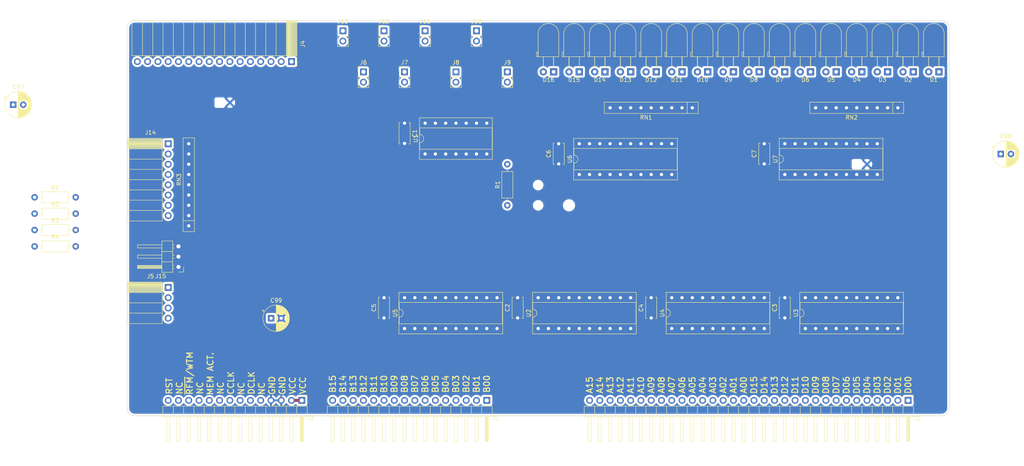
<source format=kicad_pcb>
(kicad_pcb (version 20221018) (generator pcbnew)
  (layers (0 "F.Cu" signal) (31 "B.Cu" signal) (34 "B.Paste" user) (35 "F.Paste" user) (36 "B.SilkS" user "B.Silkscreen") (37 "F.SilkS" user "F.Silkscreen") (38 "B.Mask" user) (39 "F.Mask" user) (44 "Edge.Cuts" user))
  (net 0 "")
  (net 1 "VCC")
  (net 2 "GND")
  (net 3 "/DATA_BUS_00")
  (net 4 "/DATA_BUS_01")
  (net 5 "/DATA_BUS_02")
  (net 6 "/DATA_BUS_03")
  (net 7 "/DATA_BUS_04")
  (net 8 "/DATA_BUS_05")
  (net 9 "/DATA_BUS_06")
  (net 10 "/DATA_BUS_07")
  (net 11 "/DATA_BUS_08")
  (net 12 "/DATA_BUS_09")
  (net 13 "/DATA_BUS_10")
  (net 14 "/DATA_BUS_11")
  (net 15 "/DATA_BUS_12")
  (net 16 "/DATA_BUS_13")
  (net 17 "/DATA_BUS_14")
  (net 18 "/DATA_BUS_15")
  (net 19 "Net-(D1-K)")
  (net 20 "Net-(D1-A)")
  (net 21 "Net-(D2-K)")
  (net 22 "Net-(D2-A)")
  (net 23 "Net-(D3-K)")
  (net 24 "Net-(D3-A)")
  (net 25 "Net-(D4-K)")
  (net 26 "Net-(D4-A)")
  (net 27 "Net-(D5-K)")
  (net 28 "Net-(D5-A)")
  (net 29 "Net-(D6-K)")
  (net 30 "Net-(D6-A)")
  (net 31 "Net-(D7-K)")
  (net 32 "Net-(D7-A)")
  (net 33 "Net-(D8-K)")
  (net 34 "Net-(D8-A)")
  (net 36 "Net-(D9-K)")
  (net 38 "Net-(D9-A)")
  (net 40 "/DATA_CLK")
  (net 42 "Net-(D10-K)")
  (net 44 "Net-(D10-A)")
  (net 45 "Net-(D11-K)")
  (net 46 "Net-(D11-A)")
  (net 47 "Net-(D12-K)")
  (net 48 "Net-(D12-A)")
  (net 49 "Net-(D13-K)")
  (net 50 "Net-(D13-A)")
  (net 51 "Net-(D14-K)")
  (net 52 "Net-(D14-A)")
  (net 53 "Net-(D15-K)")
  (net 54 "Net-(D15-A)")
  (net 55 "Net-(D16-K)")
  (net 56 "Net-(D16-A)")
  (net 93 "/CONTENT_00")
  (net 94 "/CONTENT_01")
  (net 95 "/CONTENT_02")
  (net 96 "/CONTENT_03")
  (net 97 "/CONTENT_04")
  (net 98 "/CONTENT_05")
  (net 99 "/CONTENT_06")
  (net 100 "/CONTENT_07")
  (net 101 "/CONTENT_08")
  (net 102 "/CONTENT_09")
  (net 103 "/CONTENT_10")
  (net 104 "/CONTENT_11")
  (net 105 "/CONTENT_12")
  (net 106 "/CONTENT_13")
  (net 107 "/CONTENT_14")
  (net 108 "/MEM_ACT")
  (net 109 "/~{RFM}{slash}WTM")
  (net 110 "/CONTENT_15")
  (net 111 "/ADDRESSED")
  (net 112 "/EXT_7")
  (net 113 "/EXT_6")
  (net 114 "/EXT_5")
  (net 115 "/EXT_4")
  (net 116 "/EXT_3")
  (net 117 "/EXT_2")
  (net 118 "/EXT_1")
  (net 119 "/EXT_0")
  (net 120 "/LED_~{OE}")
  (net 121 "/~{RFM}")
  (net 122 "/RFM{slash}~{WTM}")
  (net 123 "/~{WTM}")
  (footprint "Capacitor_THT:C_Disc_D5.0mm_W2.5mm_P5.00mm" (layer "F.Cu") (at 180.34 124.38 90)
    (fp_text reference "C4")
    (fp_text value "C")
  )
  (footprint "Resistor_THT:R_Axial_DIN0207_L6.3mm_D2.5mm_P10.16mm_Horizontal" (layer "F.Cu") (at 27.94 106.68)
    (fp_text reference "R4")
    (fp_text value "10K")
  )
  (footprint "sixteen-bit-computer:peripheral-backplane-membank" (layer "F.Cu") (at 139.7 144.78 -90)
    (fp_text reference "J3")
    (fp_text value "peripheral_membank_connector")
  )
  (footprint "Capacitor_THT:CP_Radial_D6.3mm_P2.50mm" (layer "F.Cu") (at 22.646 71.628)
    (fp_text reference "C97")
    (fp_text value "C_Polarized")
  )
  (footprint "Package_DIP:DIP-20_W7.62mm_Socket" (layer "F.Cu") (at 185.42 127 90)
    (fp_text reference "U4")
    (fp_text value "74HC245")
  )
  (footprint "Connector_PinHeader_2.54mm:PinHeader_1x02_P2.54mm_Vertical" (layer "F.Cu") (at 144.78 63.5)
    (fp_text reference "J9")
    (fp_text value "Conn_01x02_Pin")
  )
  (footprint "sixteen-bit-computer:LED_D5.0mm_Horizontal_O3.81mm_Z3.0mm" (layer "F.Cu") (at 194.31 63.5 180)
    (fp_text reference "D10")
    (fp_text value "LED")
  )
  (footprint "Package_DIP:DIP-20_W7.62mm_Socket" (layer "F.Cu") (at 152.4 127 90)
    (fp_text reference "U2")
    (fp_text value "74HC377")
  )
  (footprint "sixteen-bit-computer:LED_D5.0mm_Horizontal_O3.81mm_Z3.0mm" (layer "F.Cu") (at 213.36 63.5 180)
    (fp_text reference "D7")
    (fp_text value "LED")
  )
  (footprint "sixteen-bit-computer:LED_D5.0mm_Horizontal_O3.81mm_Z3.0mm" (layer "F.Cu") (at 226.06 63.5 180)
    (fp_text reference "D5")
    (fp_text value "LED")
  )
  (footprint "Connector_PinSocket_2.54mm:PinSocket_1x04_P2.54mm_Horizontal" (layer "F.Cu") (at 60.96 116.84)
    (fp_text reference "J5")
    (fp_text value "Conn_01x04_Socket")
  )
  (footprint "Resistor_THT:R_Axial_DIN0207_L6.3mm_D2.5mm_P10.16mm_Horizontal" (layer "F.Cu") (at 27.94 94.53)
    (fp_text reference "R1")
    (fp_text value "10K")
  )
  (footprint "Connector_PinSocket_2.54mm:PinSocket_1x16_P2.54mm_Horizontal" (layer "F.Cu") (at 91.44 60.96 -90)
    (fp_text reference "J4")
    (fp_text value "Conn_01x16_Socket")
  )
  (footprint "Connector_PinSocket_2.54mm:PinSocket_1x08_P2.54mm_Horizontal" (layer "F.Cu") (at 60.96 81.28)
    (fp_text reference "J14")
    (fp_text value "Conn_01x08_Socket")
  )
  (footprint "sixteen-bit-computer:LED_D5.0mm_Horizontal_O3.81mm_Z3.0mm" (layer "F.Cu") (at 245.11 63.5 180)
    (fp_text reference "D2")
    (fp_text value "LED")
  )
  (footprint "Connector_PinHeader_2.54mm:PinHeader_1x02_P2.54mm_Vertical" (layer "F.Cu") (at 114.3 53.34)
    (fp_text reference "J12")
    (fp_text value "Conn_01x02_Pin")
  )
  (footprint "Resistor_THT:R_Array_SIP9" (layer "F.Cu") (at 190.5 72.39 180)
    (fp_text reference "RN1")
    (fp_text value "2K")
  )
  (footprint "Connector_PinHeader_2.54mm:PinHeader_1x02_P2.54mm_Vertical" (layer "F.Cu") (at 104.14 53.34)
    (fp_text reference "J13")
    (fp_text value "Conn_01x02_Pin")
  )
  (footprint "Package_DIP:DIP-20_W7.62mm_Socket" (layer "F.Cu") (at 162.56 88.9 90)
    (fp_text reference "U6")
    (fp_text value "74HC245")
  )
  (footprint "sixteen-bit-computer:LED_D5.0mm_Horizontal_O3.81mm_Z3.0mm" (layer "F.Cu") (at 156.21 63.5 180)
    (fp_text reference "D16")
    (fp_text value "LED")
  )
  (footprint "Package_DIP:DIP-20_W7.62mm_Socket" (layer "F.Cu") (at 213.36 88.9 90)
    (fp_text reference "U7")
    (fp_text value "74HC245")
  )
  (footprint "sixteen-bit-computer:LED_D5.0mm_Horizontal_O3.81mm_Z3.0mm" (layer "F.Cu") (at 168.91 63.5 180)
    (fp_text reference "D14")
    (fp_text value "LED")
  )
  (footprint "Package_DIP:DIP-20_W7.62mm_Socket" (layer "F.Cu") (at 119.38 127 90)
    (fp_text reference "U5")
    (fp_text value "74HC245")
  )
  (footprint "Capacitor_THT:C_Disc_D5.0mm_W2.5mm_P5.00mm" (layer "F.Cu") (at 157.48 86.28 90)
    (fp_text reference "C6")
    (fp_text value "C")
  )
  (footprint "sixteen-bit-computer:LED_D5.0mm_Horizontal_O3.81mm_Z3.0mm" (layer "F.Cu") (at 200.66 63.5 180)
    (fp_text reference "D9")
    (fp_text value "LED")
  )
  (footprint "Connector_PinHeader_2.54mm:PinHeader_1x02_P2.54mm_Vertical" (layer "F.Cu") (at 119.38 63.5)
    (fp_text reference "J7")
    (fp_text value "Conn_01x02_Pin")
  )
  (footprint "Resistor_THT:R_Axial_DIN0207_L6.3mm_D2.5mm_P10.16mm_Horizontal" (layer "F.Cu") (at 27.94 98.58)
    (fp_text reference "R2")
    (fp_text value "10K")
  )
  (footprint "Resistor_THT:R_Axial_DIN0207_L6.3mm_D2.5mm_P10.16mm_Horizontal" (layer "F.Cu") (at 27.94 102.63)
    (fp_text reference "R3")
    (fp_text value "10K")
  )
  (footprint "Resistor_THT:R_Axial_DIN0207_L6.3mm_D2.5mm_P10.16mm_Horizontal" (layer "F.Cu") (at 144.78 96.52 90)
    (fp_text reference "R1")
    (fp_text value "R_US")
  )
  (footprint "sixteen-bit-computer:peripheral-backplane-aux" (layer "F.Cu") (at 93.98 144.78)
    (fp_text reference "J2")
    (fp_text value "peripheral_aux_connector")
  )
  (footprint "sixteen-bit-computer:LED_D5.0mm_Horizontal_O3.81mm_Z3.0mm" (layer "F.Cu") (at 175.26 63.5 180)
    (fp_text reference "D13")
    (fp_text value "LED")
  )
  (footprint "Capacitor_THT:CP_Radial_D6.3mm_P2.50mm" (layer "F.Cu") (at 86.4 124.46)
    (fp_text reference "C99")
    (fp_text value "C_Polarized")
  )
  (footprint "Capacitor_THT:C_Disc_D5.0mm_W2.5mm_P5.00mm" (layer "F.Cu") (at 213.36 124.38 90)
    (fp_text reference "C3")
    (fp_text value "C")
  )
  (footprint "sixteen-bit-computer:LED_D5.0mm_Horizontal_O3.81mm_Z3.0mm" (layer "F.Cu") (at 219.71 63.5 180)
    (fp_text reference "D6")
    (fp_text value "LED")
  )
  (footprint "sixteen-bit-computer:LED_D5.0mm_Horizontal_O3.81mm_Z3.0mm" (layer "F.Cu") (at 162.56 63.5 180)
    (fp_text reference "D15")
    (fp_text value "LED")
  )
  (footprint "Connector_PinHeader_2.54mm:PinHeader_1x02_P2.54mm_Vertical" (layer "F.Cu") (at 109.22 63.5)
    (fp_text reference "J6")
    (fp_text value "Conn_01x02_Pin")
  )
  (footprint "sixteen-bit-computer:LED_D5.0mm_Horizontal_O3.81mm_Z3.0mm" (layer "F.Cu") (at 181.61 63.5 180)
    (fp_text reference "D12")
    (fp_text value "LED")
  )
  (footprint "Capacitor_THT:C_Disc_D5.0mm_W2.5mm_P5.00mm" (layer "F.Cu") (at 208.28 86.28 90)
    (fp_text reference "C7")
    (fp_text value "C")
  )
  (footprint "Package_DIP:DIP-14_W7.62mm_Socket" (layer "F.Cu") (at 124.46 83.82 90)
    (fp_text reference "U1")
    (fp_text value "74HC10")
  )
  (footprint "Capacitor_THT:C_Disc_D5.0mm_W2.5mm_P5.00mm" (layer "F.Cu") (at 114.3 124.38 90)
    (fp_text reference "C5")
    (fp_text value "C")
  )
  (footprint "Resistor_THT:R_Array_SIP9" (layer "F.Cu") (at 241.3 72.39 180)
    (fp_text reference "RN2")
    (fp_text value "2K")
  )
  (footprint "sixteen-bit-computer:LED_D5.0mm_Horizontal_O3.81mm_Z3.0mm" (layer "F.Cu") (at 207.01 63.5 180)
    (fp_text reference "D8")
    (fp_text value "LED")
  )
  (footprint "Package_DIP:DIP-20_W7.62mm_Socket" (layer "F.Cu") (at 218.44 127 90)
    (fp_text reference "U3")
    (fp_text value "74HC377")
  )
  (footprint "sixteen-bit-computer:LED_D5.0mm_Horizontal_O3.81mm_Z3.0mm" (layer "F.Cu") (at 232.41 63.5 180)
    (fp_text reference "D4")
    (fp_text value "LED")
  )
  (footprint "Connector_PinHeader_2.54mm:PinHeader_1x02_P2.54mm_Vertical" (layer "F.Cu") (at 132.08 63.5)
    (fp_text reference "J8")
    (fp_text value "Conn_01x02_Pin")
  )
  (footprint "sixteen-bit-computer:LED_D5.0mm_Horizontal_O3.81mm_Z3.0mm" (layer "F.Cu") (at 251.46 63.5 180)
    (fp_text reference "D1")
    (fp_text value "LED")
  )
  (footprint "Capacitor_THT:C_Disc_D5.0mm_W2.5mm_P5.00mm" (layer "F.Cu") (at 119.38 76.2 -90)
    (fp_text reference "C1")
    (fp_text value "C")
  )
  (footprint "Connector_PinHeader_2.54mm:PinHeader_1x03_P2.54mm_Horizontal" (layer "F.Cu") (at 63.5 111.76 180)
    (fp_text reference "J15")
    (fp_text value "Conn_01x03_Pin")
  )
  (footprint "sixteen-bit-computer:LED_D5.0mm_Horizontal_O3.81mm_Z3.0mm" (layer "F.Cu") (at 187.96 63.5 180)
    (fp_text reference "D11")
    (fp_text value "LED")
  )
  (footprint "Connector_PinHeader_2.54mm:PinHeader_1x02_P2.54mm_Vertical" (layer "F.Cu") (at 124.46 53.34)
    (fp_text reference "J11")
    (fp_text value "Conn_01x02_Pin")
  )
  (footprint "Capacitor_THT:CP_Radial_D6.3mm_P2.50mm" (layer "F.Cu") (at 266.74 83.82)
    (fp_text reference "C98")
    (fp_text value "C_Polarized")
  )
  (footprint "sixteen-bit-computer:LED_D5.0mm_Horizontal_O3.81mm_Z3.0mm" (layer "F.Cu") (at 238.76 63.5 180)
    (fp_text reference "D3")
    (fp_text value "LED")
  )
  (footprint "Connector_PinHeader_2.54mm:PinHeader_1x02_P2.54mm_Vertical" (layer "F.Cu") (at 137.16 53.34)
    (fp_text reference "J10")
    (fp_text value "Conn_01x02_Pin")
  )
  (footprint "sixteen-bit-computer:peripheral-backplane-data-addr-anno" (layer "F.Cu") (at 243.84 144.78 -90)
    (fp_text reference "J1")
    (fp_text value "peripheral_addr_bus_connector")
  )
  (footprint "Resistor_THT:R_Array_SIP9" (layer "F.Cu") (at 66.04 101.6 90)
    (fp_text reference "RN3")
    (fp_text value "R_Network08_US")
  )
  (footprint "Capacitor_THT:C_Disc_D5.0mm_W2.5mm_P5.00mm" (layer "F.Cu") (at 147.32 124.38 90)
    (fp_text reference "C2")
    (fp_text value "C")
  )
  (gr_line (start 254 52.705) (end 254 146.685) (stroke (width 0.1)) (layer "Edge.Cuts"))
  (gr_arc (start 254 146.685) (mid 253.442038 148.032038) (end 252.095 148.59) (stroke (width 0.1)) (layer "Edge.Cuts"))
  (gr_arc (start 52.705 148.59) (mid 51.357962 148.032038) (end 50.8 146.685) (stroke (width 0.1)) (layer "Edge.Cuts"))
  (gr_line (start 50.8 146.685) (end 50.8 52.705) (stroke (width 0.1)) (layer "Edge.Cuts"))
  (gr_arc (start 50.8 52.705) (mid 51.357962 51.357962) (end 52.705 50.8) (stroke (width 0.1)) (layer "Edge.Cuts"))
  (gr_line (start 252.095 148.59) (end 52.705 148.59) (stroke (width 0.1)) (layer "Edge.Cuts"))
  (gr_arc (start 252.095 50.8) (mid 253.442038 51.357962) (end 254 52.705) (stroke (width 0.1)) (layer "Edge.Cuts"))
  (gr_line (start 52.705 50.8) (end 252.095 50.8) (stroke (width 0.1)) (layer "Edge.Cuts"))
  (segment (start 91.44 144.78) (end 93.98 144.78) (width 0.762) (layer "F.Cu") (net 1))
  (segment (start 191.516 130.556) (end 184.404 130.556) (width 0.254) (layer "F.Cu") (net 3))
  (segment (start 225.298 130.81) (end 218.186 130.81) (width 0.254) (layer "F.Cu") (net 3))
  (segment (start 191.516 131.318) (end 184.404 131.318) (width 0.254) (layer "F.Cu") (net 4))
  (segment (start 225.298 131.572) (end 218.186 131.572) (width 0.254) (layer "F.Cu") (net 4))
  (segment (start 191.516 132.08) (end 184.404 132.08) (width 0.254) (layer "F.Cu") (net 5))
  (segment (start 225.298 132.334) (end 218.186 132.334) (width 0.254) (layer "F.Cu") (net 5))
  (segment (start 225.298 133.096) (end 218.186 133.096) (width 0.254) (layer "F.Cu") (net 6))
  (segment (start 191.516 132.842) (end 184.404 132.842) (width 0.254) (layer "F.Cu") (net 6))
  (segment (start 236.22 119.38) (end 236.22 122.428) (width 0.254) (layer "F.Cu") (net 7))
  (segment (start 191.516 133.604) (end 184.404 133.604) (width 0.254) (layer "F.Cu") (net 7))
  (segment (start 237.49 123.698) (end 237.49 128.016) (width 0.254) (layer "F.Cu") (net 7))
  (segment (start 225.298 133.858) (end 218.186 133.858) (width 0.254) (layer "F.Cu") (net 7))
  (segment (start 236.22 122.428) (end 237.49 123.698) (width 0.254) (layer "F.Cu") (net 7))
  (segment (start 233.68 122.428) (end 234.95 123.698) (width 0.254) (layer "F.Cu") (net 8))
  (segment (start 234.95 123.698) (end 234.95 128.016) (width 0.254) (layer "F.Cu") (net 8))
  (segment (start 191.516 134.366) (end 184.404 134.366) (width 0.254) (layer "F.Cu") (net 8))
  (segment (start 233.68 119.38) (end 233.68 122.428) (width 0.254) (layer "F.Cu") (net 8))
  (segment (start 225.298 134.62) (end 218.186 134.62) (width 0.254) (layer "F.Cu") (net 8))
  (segment (start 227.33 123.698) (end 227.33 128.016) (width 0.254) (layer "F.Cu") (net 9))
  (segment (start 226.06 119.38) (end 226.06 122.428) (width 0.254) (layer "F.Cu") (net 9))
  (segment (start 225.298 135.382) (end 218.186 135.382) (width 0.254) (layer "F.Cu") (net 9))
  (segment (start 191.516 135.128) (end 184.404 135.128) (width 0.254) (layer "F.Cu") (net 9))
  (segment (start 226.06 122.428) (end 227.33 123.698) (width 0.254) (layer "F.Cu") (net 9))
  (segment (start 224.79 123.698) (end 224.79 128.016) (width 0.254) (layer "F.Cu") (net 10))
  (segment (start 223.52 119.38) (end 223.52 122.428) (width 0.254) (layer "F.Cu") (net 10))
  (segment (start 191.516 135.89) (end 184.404 135.89) (width 0.254) (layer "F.Cu") (net 10))
  (segment (start 225.298 136.144) (end 218.186 136.144) (width 0.254) (layer "F.Cu") (net 10))
  (segment (start 223.52 122.428) (end 224.79 123.698) (width 0.254) (layer "F.Cu") (net 10))
  (segment (start 191.516 136.652) (end 184.404 136.652) (width 0.254) (layer "F.Cu") (net 11))
  (segment (start 225.298 136.906) (end 218.186 136.906) (width 0.254) (layer "F.Cu") (net 11))
  (segment (start 191.516 137.414) (end 184.404 137.414) (width 0.254) (layer "F.Cu") (net 12))
  (segment (start 225.298 137.668) (end 218.186 137.668) (width 0.254) (layer "F.Cu") (net 12))
  (segment (start 225.298 138.43) (end 218.186 138.43) (width 0.254) (layer "F.Cu") (net 13))
  (segment (start 191.516 138.176) (end 184.404 138.176) (width 0.254) (layer "F.Cu") (net 13))
  (segment (start 225.298 139.192) (end 218.186 139.192) (width 0.254) (layer "F.Cu") (net 14))
  (segment (start 191.516 138.938) (end 184.404 138.938) (width 0.254) (layer "F.Cu") (net 14))
  (segment (start 171.45 123.952) (end 171.45 128.016) (width 0.254) (layer "F.Cu") (net 15))
  (segment (start 170.18 119.38) (end 170.18 122.682) (width 0.254) (layer "F.Cu") (net 15))
  (segment (start 225.298 139.954) (end 218.186 139.954) (width 0.254) (layer "F.Cu") (net 15))
  (segment (start 170.18 122.682) (end 171.45 123.952) (width 0.254) (layer "F.Cu") (net 15))
  (segment (start 191.516 139.7) (end 184.404 139.7) (width 0.254) (layer "F.Cu") (net 15))
  (segment (start 191.516 140.462) (end 184.404 140.462) (width 0.254) (layer "F.Cu") (net 16))
  (segment (start 167.64 122.682) (end 168.91 123.952) (width 0.254) (layer "F.Cu") (net 16))
  (segment (start 167.64 119.38) (end 167.64 122.682) (width 0.254) (layer "F.Cu") (net 16))
  (segment (start 225.298 140.716) (end 218.186 140.716) (width 0.254) (layer "F.Cu") (net 16))
  (segment (start 168.91 123.952) (end 168.91 128.016) (width 0.254) (layer "F.Cu") (net 16))
  (segment (start 191.516 141.224) (end 184.404 141.224) (width 0.254) (layer "F.Cu") (net 17))
  (segment (start 225.298 141.478) (end 218.186 141.478) (width 0.254) (layer "F.Cu") (net 17))
  (segment (start 160.02 119.38) (end 160.02 122.682) (width 0.254) (layer "F.Cu") (net 17))
  (segment (start 160.02 122.682) (end 161.29 123.952) (width 0.254) (layer "F.Cu") (net 17))
  (segment (start 161.29 123.952) (end 161.29 128.016) (width 0.254) (layer "F.Cu") (net 17))
  (segment (start 157.48 119.38) (end 157.48 122.682) (width 0.254) (layer "F.Cu") (net 18))
  (segment (start 225.298 142.24) (end 218.186 142.24) (width 0.254) (layer "F.Cu") (net 18))
  (segment (start 158.75 123.952) (end 158.75 128.016) (width 0.254) (layer "F.Cu") (net 18))
  (segment (start 157.48 122.682) (end 158.75 123.952) (width 0.254) (layer "F.Cu") (net 18))
  (segment (start 191.516 141.986) (end 184.404 141.986) (width 0.254) (layer "F.Cu") (net 18))
  (segment (start 167.64 99.06) (end 162.56 99.06) (width 0.254) (layer "F.Cu") (net 93))
  (segment (start 219.71 125.73) (end 219.71 117.602) (width 0.254) (layer "F.Cu") (net 93))
  (segment (start 119.126 99.06) (end 114.046 99.06) (width 0.254) (layer "F.Cu") (net 93))
  (segment (start 109.22 82.296) (end 109.22 77.216) (width 0.254) (layer "F.Cu") (net 93))
  (segment (start 196.596 99.06) (end 191.516 99.06) (width 0.254) (layer "F.Cu") (net 93))
  (segment (start 219.71 117.602) (end 220.98 116.332) (width 0.254) (layer "F.Cu") (net 93))
  (segment (start 220.98 116.332) (end 220.98 114.3) (width 0.254) (layer "F.Cu") (net 93))
  (segment (start 220.98 127) (end 219.71 125.73) (width 0.254) (layer "F.Cu") (net 93))
  (segment (start 237.744 99.06) (end 232.664 99.06) (width 0.254) (layer "F.Cu") (net 93))
  (segment (start 96.52 64.516) (end 91.44 64.516) (width 0.254) (layer "F.Cu") (net 93))
  (segment (start 237.744 99.822) (end 232.664 99.822) (width 0.254) (layer "F.Cu") (net 94))
  (segment (start 227.33 117.602) (end 226.06 116.332) (width 0.254) (layer "F.Cu") (net 94))
  (segment (start 96.52 65.278) (end 91.44 65.278) (width 0.254) (layer "F.Cu") (net 94))
  (segment (start 227.33 122.428) (end 227.33 117.602) (width 0.254) (layer "F.Cu") (net 94))
  (segment (start 228.6 127) (end 228.6 123.698) (width 0.254) (layer "F.Cu") (net 94))
  (segment (start 108.458 82.296) (end 108.458 77.216) (width 0.254) (layer "F.Cu") (net 94))
  (segment (start 196.596 99.822) (end 191.516 99.822) (width 0.254) (layer "F.Cu") (net 94))
  (segment (start 226.06 116.332) (end 226.06 114.3) (width 0.254) (layer "F.Cu") (net 94))
  (segment (start 228.6 123.698) (end 227.33 122.428) (width 0.254) (layer "F.Cu") (net 94))
  (segment (start 167.64 99.822) (end 162.56 99.822) (width 0.254) (layer "F.Cu") (net 94))
  (segment (start 119.126 99.822) (end 114.046 99.822) (width 0.254) (layer "F.Cu") (net 94))
  (segment (start 229.87 117.602) (end 231.14 116.332) (width 0.254) (layer "F.Cu") (net 95))
  (segment (start 196.596 100.584) (end 191.516 100.584) (width 0.254) (layer "F.Cu") (net 95))
  (segment (start 167.64 100.584) (end 162.56 100.584) (width 0.254) (layer "F.Cu") (net 95))
  (segment (start 229.87 122.428) (end 229.87 117.602) (width 0.254) (layer "F.Cu") (net 95))
  (segment (start 119.126 100.584) (end 114.046 100.584) (width 0.254) (layer "F.Cu") (net 95))
  (segment (start 107.696 82.296) (end 107.696 77.216) (width 0.254) (layer "F.Cu") (net 95))
  (segment (start 96.52 66.04) (end 91.44 66.04) (width 0.254) (layer "F.Cu") (net 95))
  (segment (start 231.14 123.698) (end 229.87 122.428) (width 0.254) (layer "F.Cu") (net 95))
  (segment (start 237.744 100.584) (end 232.664 100.584) (width 0.254) (layer "F.Cu") (net 95))
  (segment (start 231.14 127) (end 231.14 123.698) (width 0.254) (layer "F.Cu") (net 95))
  (segment (start 231.14 116.332) (end 231.14 114.3) (width 0.254) (layer "F.Cu") (net 95))
  (segment (start 236.22 116.332) (end 236.22 114.3) (width 0.254) (layer "F.Cu") (net 96))
  (segment (start 237.49 117.602) (end 236.22 116.332) (width 0.254) (layer "F.Cu") (net 96))
  (segment (start 106.934 82.296) (end 106.934 77.216) (width 0.254) (layer "F.Cu") (net 96))
  (segment (start 237.49 122.428) (end 237.49 117.602) (width 0.254) (layer "F.Cu") (net 96))
  (segment (start 119.126 101.346) (end 114.046 101.346) (width 0.254) (layer "F.Cu") (net 96))
  (segment (start 237.744 101.346) (end 232.664 101.346) (width 0.254) (layer "F.Cu") (net 96))
  (segment (start 238.76 127) (end 238.76 123.698) (width 0.254) (layer "F.Cu") (net 96))
  (segment (start 196.596 101.346) (end 191.516 101.346) (width 0.254) (layer "F.Cu") (net 96))
  (segment (start 238.76 123.698) (end 237.49 122.428) (width 0.254) (layer "F.Cu") (net 96))
  (segment (start 96.52 66.802) (end 91.44 66.802) (width 0.254) (layer "F.Cu") (net 96))
  (segment (start 167.64 101.346) (end 162.56 101.346) (width 0.254) (layer "F.Cu") (net 96))
  (segment (start 167.64 102.108) (end 162.56 102.108) (width 0.254) (layer "F.Cu") (net 97))
  (segment (start 237.744 102.108) (end 232.664 102.108) (width 0.254) (layer "F.Cu") (net 97))
  (segment (start 96.52 67.564) (end 91.44 67.564) (width 0.254) (layer "F.Cu") (net 97))
  (segment (start 106.172 82.296) (end 106.172 77.216) (width 0.254) (layer "F.Cu") (net 97))
  (segment (start 119.126 102.108) (end 114.046 102.108) (width 0.254) (layer "F.Cu") (net 97))
  (segment (start 196.596 102.108) (end 191.516 102.108) (width 0.254) (layer "F.Cu") (net 97))
  (segment (start 238.76 118.618) (end 238.76 114.3) (width 0.254) (layer "F.Cu") (net 97))
  (segment (start 231.14 119.38) (end 231.14 118.11) (width 0.254) (layer "F.Cu") (net 98))
  (segment (start 237.744 102.87) (end 232.664 102.87) (width 0.254) (layer "F.Cu") (net 98))
  (segment (start 119.126 102.87) (end 114.046 102.87) (width 0.254) (layer "F.Cu") (net 98))
  (segment (start 105.41 82.296) (end 105.41 77.216) (width 0.254) (layer "F.Cu") (net 98))
  (segment (start 196.596 102.87) (end 191.516 102.87) (width 0.254) (layer "F.Cu") (net 98))
  (segment (start 96.52 68.326) (end 91.44 68.326) (width 0.254) (layer "F.Cu") (net 98))
  (segment (start 231.14 118.11) (end 233.68 115.57) (width 0.254) (layer "F.Cu") (net 98))
  (segment (start 167.64 102.87) (end 162.56 102.87) (width 0.254) (layer "F.Cu") (net 98))
  (segment (start 233.68 115.57) (end 233.68 114.3) (width 0.254) (layer "F.Cu") (net 98))
  (segment (start 119.126 103.632) (end 114.046 103.632) (width 0.254) (layer "F.Cu") (net 99))
  (segment (start 196.596 103.632) (end 191.516 103.632) (width 0.254) (layer "F.Cu") (net 99))
  (segment (start 228.6 119.38) (end 228.6 114.3) (width 0.254) (layer "F.Cu") (net 99))
  (segment (start 167.64 103.632) (end 162.56 103.632) (width 0.254) (layer "F.Cu") (net 99))
  (segment (start 96.52 69.088) (end 91.44 69.088) (width 0.254) (layer "F.Cu") (net 99))
  (segment (start 237.744 103.632) (end 232.664 103.632) (width 0.254) (layer "F.Cu") (net 99))
  (segment (start 104.648 82.296) (end 104.648 77.216) (width 0.254) (layer "F.Cu") (net 99))
  (segment (start 103.886 82.296) (end 103.886 77.216) (width 0.254) (layer "F.Cu") (net 100))
  (segment (start 119.126 104.394) (end 114.046 104.394) (width 0.254) (layer "F.Cu") (net 100))
  (segment (start 167.64 104.394) (end 162.56 104.394) (width 0.254) (layer "F.Cu") (net 100))
  (segment (start 96.52 69.85) (end 91.44 69.85) (width 0.254) (layer "F.Cu") (net 100))
  (segment (start 220.98 119.38) (end 220.98 118.11) (width 0.254) (layer "F.Cu") (net 100))
  (segment (start 223.52 115.57) (end 223.52 114.3) (width 0.254) (layer "F.Cu") (net 100))
  (segment (start 196.596 104.394) (end 191.516 104.394) (width 0.254) (layer "F.Cu") (net 100))
  (segment (start 237.744 104.394) (end 232.664 104.394) (width 0.254) (layer "F.Cu") (net 100))
  (segment (start 220.98 118.11) (end 223.52 115.57) (width 0.254) (layer "F.Cu") (net 100))
  (segment (start 114.046 105.156) (end 119.126 105.156) (width 0.254) (layer "F.Cu") (net 101))
  (segment (start 232.664 105.156) (end 237.744 105.156) (width 0.254) (layer "F.Cu") (net 101))
  (segment (start 162.56 105.156) (end 167.64 105.156) (width 0.254) (layer "F.Cu") (net 101))
  (segment (start 154.94 127) (end 153.67 125.73) (width 0.254) (layer "F.Cu") (net 101))
  (segment (start 153.67 125.73) (end 153.67 116.586) (width 0.254) (layer "F.Cu") (net 101))
  (segment (start 191.516 105.156) (end 196.596 105.156) (width 0.254) (layer "F.Cu") (net 101))
  (segment (start 91.44 70.612) (end 96.52 70.612) (width 0.254) (layer "F.Cu") (net 101))
  (segment (start 103.124 77.216) (end 103.124 82.296) (width 0.254) (layer "F.Cu") (net 101))
  (segment (start 161.29 122.682) (end 161.29 116.84) (width 0.254) (layer "F.Cu") (net 102))
  (segment (start 162.56 127) (end 162.56 123.952) (width 0.254) (layer "F.Cu") (net 102))
  (segment (start 191.516 105.918) (end 196.596 105.918) (width 0.254) (layer "F.Cu") (net 102))
  (segment (start 162.56 123.952) (end 161.29 122.682) (width 0.254) (layer "F.Cu") (net 102))
  (segment (start 162.56 105.918) (end 167.64 105.918) (width 0.254) (layer "F.Cu") (net 102))
  (segment (start 91.44 71.374) (end 96.52 71.374) (width 0.254) (layer "F.Cu") (net 102))
  (segment (start 102.362 77.216) (end 102.362 82.296) (width 0.254) (layer "F.Cu") (net 102))
  (segment (start 114.046 105.918) (end 119.126 105.918) (width 0.254) (layer "F.Cu") (net 102))
  (segment (start 232.664 105.918) (end 237.744 105.918) (width 0.254) (layer "F.Cu") (net 102))
  (segment (start 232.664 106.68) (end 237.744 106.68) (width 0.254) (layer "F.Cu") (net 103))
  (segment (start 191.516 106.68) (end 196.596 106.68) (width 0.254) (layer "F.Cu") (net 103))
  (segment (start 101.6 77.216) (end 101.6 82.296) (width 0.254) (layer "F.Cu") (net 103))
  (segment (start 165.1 123.952) (end 163.83 122.682) (width 0.254) (layer "F.Cu") (net 103))
  (segment (start 91.44 72.136) (end 96.52 72.136) (width 0.254) (layer "F.Cu") (net 103))
  (segment (start 162.56 106.68) (end 167.64 106.68) (width 0.254) (layer "F.Cu") (net 103))
  (segment (start 114.046 106.68) (end 119.126 106.68) (width 0.254) (layer "F.Cu") (net 103))
  (segment (start 163.83 122.682) (end 163.83 116.84) (width 0.254) (layer "F.Cu") (net 103))
  (segment (start 165.1 127) (end 165.1 123.952) (width 0.254) (layer "F.Cu") (net 103))
  (segment (start 191.516 107.442) (end 196.596 107.442) (width 0.254) (layer "F.Cu") (net 104))
  (segment (start 100.838 77.216) (end 100.838 82.296) (width 0.254) (layer "F.Cu") (net 104))
  (segment (start 172.72 123.952) (end 171.45 122.682) (width 0.254) (layer "F.Cu") (net 104))
  (segment (start 91.44 72.898) (end 96.52 72.898) (width 0.254) (layer "F.Cu") (net 104))
  (segment (start 114.046 107.442) (end 119.126 107.442) (width 0.254) (layer "F.Cu") (net 104))
  (segment (start 171.45 122.682) (end 171.45 116.84) (width 0.254) (layer "F.Cu") (net 104))
  (segment (start 232.664 107.442) (end 237.744 107.442) (width 0.254) (layer "F.Cu") (net 104))
  (segment (start 162.56 107.442) (end 167.64 107.442) (width 0.254) (layer "F.Cu") (net 104))
  (segment (start 172.72 127) (end 172.72 123.952) (width 0.254) (layer "F.Cu") (net 104))
  (segment (start 119.126 108.204) (end 114.046 108.204) (width 0.254) (layer "F.Cu") (net 105))
  (segment (start 196.596 108.204) (end 191.516 108.204) (width 0.254) (layer "F.Cu") (net 105))
  (segment (start 172.72 119.38) (end 172.72 116.84) (width 0.254) (layer "F.Cu") (net 105))
  (segment (start 237.744 108.204) (end 232.664 108.204) (width 0.254) (layer "F.Cu") (net 105))
  (segment (start 96.52 73.66) (end 91.44 73.66) (width 0.254) (layer "F.Cu") (net 105))
  (segment (start 167.64 108.204) (end 162.56 108.204) (width 0.254) (layer "F.Cu") (net 105))
  (segment (start 100.076 82.296) (end 100.076 77.216) (width 0.254) (layer "F.Cu") (net 105))
  (segment (start 119.126 108.966) (end 114.046 108.966) (width 0.254) (layer "F.Cu") (net 106))
  (segment (start 99.314 82.296) (end 99.314 77.216) (width 0.254) (layer "F.Cu") (net 106))
  (segment (start 167.64 108.966) (end 162.56 108.966) (width 0.254) (layer "F.Cu") (net 106))
  (segment (start 96.52 74.422) (end 91.44 74.422) (width 0.254) (layer "F.Cu") (net 106))
  (segment (start 237.744 108.966) (end 232.664 108.966) (width 0.254) (layer "F.Cu") (net 106))
  (segment (start 196.596 108.966) (end 191.516 108.966) (width 0.254) (layer "F.Cu") (net 106))
  (segment (start 165.1 119.38) (end 165.1 116.84) (width 0.254) (layer "F.Cu") (net 106))
  (segment (start 167.64 109.728) (end 162.56 109.728) (width 0.254) (layer "F.Cu") (net 107))
  (segment (start 96.52 75.184) (end 91.44 75.184) (width 0.254) (layer "F.Cu") (net 107))
  (segment (start 162.56 119.38) (end 162.56 116.84) (width 0.254) (layer "F.Cu") (net 107))
  (segment (start 119.126 109.728) (end 114.046 109.728) (width 0.254) (layer "F.Cu") (net 107))
  (segment (start 196.596 109.728) (end 191.516 109.728) (width 0.254) (layer "F.Cu") (net 107))
  (segment (start 98.552 82.296) (end 98.552 77.216) (width 0.254) (layer "F.Cu") (net 107))
  (segment (start 237.744 109.728) (end 232.664 109.728) (width 0.254) (layer "F.Cu") (net 107))
  (segment (start 96.52 75.946) (end 91.44 75.946) (width 0.254) (layer "F.Cu") (net 110))
  (segment (start 196.596 110.49) (end 191.516 110.49) (width 0.254) (layer "F.Cu") (net 110))
  (segment (start 97.79 82.296) (end 97.79 77.216) (width 0.254) (layer "F.Cu") (net 110))
  (segment (start 119.126 110.49) (end 114.046 110.49) (width 0.254) (layer "F.Cu") (net 110))
  (segment (start 167.64 110.49) (end 162.56 110.49) (width 0.254) (layer "F.Cu") (net 110))
  (segment (start 154.94 119.38) (end 154.94 116.84) (width 0.254) (layer "F.Cu") (net 110))
  (segment (start 237.744 110.49) (end 232.664 110.49) (width 0.254) (layer "F.Cu") (net 110))
  (zone locked (net 2) (net_name "GND") (layer "B.Cu") (connect_pads (clearance 0.5)) (min_thickness 0.25) (fill yes (thermal_gap 0.5) (thermal_bridge_width 0.5))
    (polygon (pts (xy 45.72 45.72) (xy 259.08 45.72) (xy 259.08 152.4) (xy 45.72 152.4)))
  )
)
</source>
